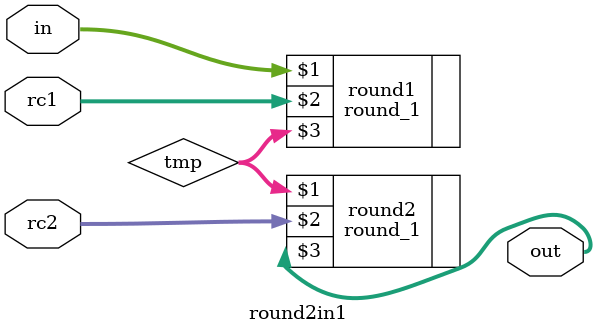
<source format=v>
/*
 * Copyright 2013, Homer Hsing <homer.hsing@gmail.com>
 *
 * Licensed under the Apache License, Version 2.0 (the "License");
 * you may not use this file except in compliance with the License.
 * You may obtain a copy of the License at
 *
 * http://www.apache.org/licenses/LICENSE-2.0
 *
 * Unless required by applicable law or agreed to in writing, software
 * distributed under the License is distributed on an "AS IS" BASIS,
 * WITHOUT WARRANTIES OR CONDITIONS OF ANY KIND, either express or implied.
 * See the License for the specific language governing permissions and
 * limitations under the License.
 */

/* if "set_v"==1, out <= in;
 * otherwise, out <= round(round(out));
 */

module round2in1(in, rc1, rc2, out);
    input  [1599:0] in;
    input  [63:0]   rc1, rc2; /* round const */
    output [1599:0] out;
    wire   [1599:0] tmp;

    round_1
      round1 (in,  rc1, tmp),
      round2 (tmp, rc2, out);
endmodule

</source>
